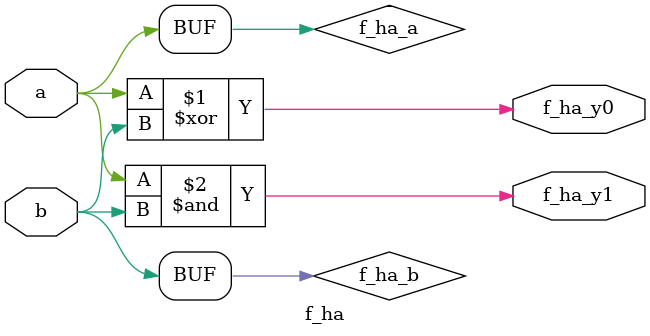
<source format=v>
module f_ha(input a, input b, output f_ha_y0, output f_ha_y1);
  wire f_ha_a;
  wire f_ha_b;
  wire f_ha_y0;
  wire f_ha_y1;

  assign f_ha_a = a;
  assign f_ha_b = b;
  assign f_ha_y0 = f_ha_a ^ f_ha_b;
  assign f_ha_y1 = f_ha_a & f_ha_b;
endmodule
</source>
